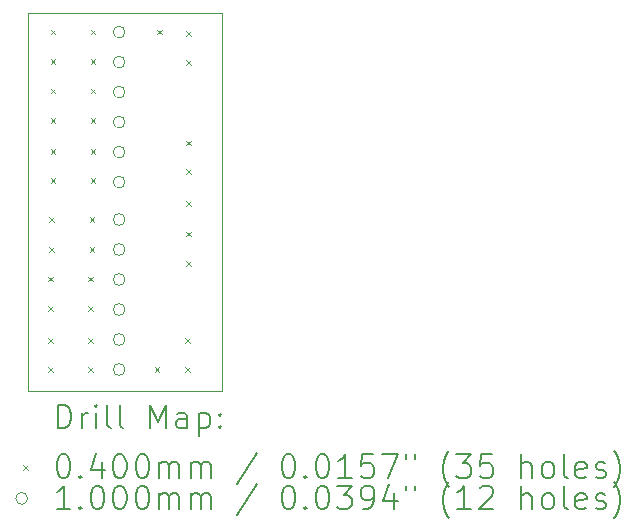
<source format=gbr>
%FSLAX45Y45*%
G04 Gerber Fmt 4.5, Leading zero omitted, Abs format (unit mm)*
G04 Created by KiCad (PCBNEW (6.0.5)) date 2023-11-29 10:06:58*
%MOMM*%
%LPD*%
G01*
G04 APERTURE LIST*
%TA.AperFunction,Profile*%
%ADD10C,0.100000*%
%TD*%
%ADD11C,0.200000*%
%ADD12C,0.040000*%
%ADD13C,0.100000*%
G04 APERTURE END LIST*
D10*
X9900000Y-5920000D02*
X11540000Y-5920000D01*
X11540000Y-5920000D02*
X11540000Y-9120000D01*
X11540000Y-9120000D02*
X9900000Y-9120000D01*
X9900000Y-9120000D02*
X9900000Y-5920000D01*
D11*
D12*
X10070000Y-8150000D02*
X10110000Y-8190000D01*
X10110000Y-8150000D02*
X10070000Y-8190000D01*
X10070000Y-8400000D02*
X10110000Y-8440000D01*
X10110000Y-8400000D02*
X10070000Y-8440000D01*
X10070000Y-8670000D02*
X10110000Y-8710000D01*
X10110000Y-8670000D02*
X10070000Y-8710000D01*
X10070000Y-8920000D02*
X10110000Y-8960000D01*
X10110000Y-8920000D02*
X10070000Y-8960000D01*
X10080000Y-7650000D02*
X10120000Y-7690000D01*
X10120000Y-7650000D02*
X10080000Y-7690000D01*
X10080000Y-7900000D02*
X10120000Y-7940000D01*
X10120000Y-7900000D02*
X10080000Y-7940000D01*
X10090000Y-6060000D02*
X10130000Y-6100000D01*
X10130000Y-6060000D02*
X10090000Y-6100000D01*
X10090000Y-6310000D02*
X10130000Y-6350000D01*
X10130000Y-6310000D02*
X10090000Y-6350000D01*
X10090000Y-6560000D02*
X10130000Y-6600000D01*
X10130000Y-6560000D02*
X10090000Y-6600000D01*
X10090000Y-6810000D02*
X10130000Y-6850000D01*
X10130000Y-6810000D02*
X10090000Y-6850000D01*
X10090000Y-7070000D02*
X10130000Y-7110000D01*
X10130000Y-7070000D02*
X10090000Y-7110000D01*
X10090000Y-7320000D02*
X10130000Y-7360000D01*
X10130000Y-7320000D02*
X10090000Y-7360000D01*
X10410000Y-8150000D02*
X10450000Y-8190000D01*
X10450000Y-8150000D02*
X10410000Y-8190000D01*
X10410000Y-8400000D02*
X10450000Y-8440000D01*
X10450000Y-8400000D02*
X10410000Y-8440000D01*
X10410000Y-8670000D02*
X10450000Y-8710000D01*
X10450000Y-8670000D02*
X10410000Y-8710000D01*
X10410000Y-8920000D02*
X10450000Y-8960000D01*
X10450000Y-8920000D02*
X10410000Y-8960000D01*
X10420000Y-7650000D02*
X10460000Y-7690000D01*
X10460000Y-7650000D02*
X10420000Y-7690000D01*
X10420000Y-7900000D02*
X10460000Y-7940000D01*
X10460000Y-7900000D02*
X10420000Y-7940000D01*
X10430000Y-6060000D02*
X10470000Y-6100000D01*
X10470000Y-6060000D02*
X10430000Y-6100000D01*
X10430000Y-6310000D02*
X10470000Y-6350000D01*
X10470000Y-6310000D02*
X10430000Y-6350000D01*
X10430000Y-6560000D02*
X10470000Y-6600000D01*
X10470000Y-6560000D02*
X10430000Y-6600000D01*
X10430000Y-6810000D02*
X10470000Y-6850000D01*
X10470000Y-6810000D02*
X10430000Y-6850000D01*
X10430000Y-7070000D02*
X10470000Y-7110000D01*
X10470000Y-7070000D02*
X10430000Y-7110000D01*
X10430000Y-7320000D02*
X10470000Y-7360000D01*
X10470000Y-7320000D02*
X10430000Y-7360000D01*
X10970000Y-8920000D02*
X11010000Y-8960000D01*
X11010000Y-8920000D02*
X10970000Y-8960000D01*
X10990000Y-6060000D02*
X11030000Y-6100000D01*
X11030000Y-6060000D02*
X10990000Y-6100000D01*
X11230000Y-8670000D02*
X11270000Y-8710000D01*
X11270000Y-8670000D02*
X11230000Y-8710000D01*
X11230000Y-8920000D02*
X11270000Y-8960000D01*
X11270000Y-8920000D02*
X11230000Y-8960000D01*
X11240000Y-6070000D02*
X11280000Y-6110000D01*
X11280000Y-6070000D02*
X11240000Y-6110000D01*
X11240000Y-6320000D02*
X11280000Y-6360000D01*
X11280000Y-6320000D02*
X11240000Y-6360000D01*
X11240000Y-7000000D02*
X11280000Y-7040000D01*
X11280000Y-7000000D02*
X11240000Y-7040000D01*
X11240000Y-7240000D02*
X11280000Y-7280000D01*
X11280000Y-7240000D02*
X11240000Y-7280000D01*
X11240000Y-7510000D02*
X11280000Y-7550000D01*
X11280000Y-7510000D02*
X11240000Y-7550000D01*
X11240000Y-7770000D02*
X11280000Y-7810000D01*
X11280000Y-7770000D02*
X11240000Y-7810000D01*
X11240000Y-8020000D02*
X11280000Y-8060000D01*
X11280000Y-8020000D02*
X11240000Y-8060000D01*
D13*
X10720000Y-6080000D02*
G75*
G03*
X10720000Y-6080000I-50000J0D01*
G01*
X10720000Y-6334000D02*
G75*
G03*
X10720000Y-6334000I-50000J0D01*
G01*
X10720000Y-6588000D02*
G75*
G03*
X10720000Y-6588000I-50000J0D01*
G01*
X10720000Y-6842000D02*
G75*
G03*
X10720000Y-6842000I-50000J0D01*
G01*
X10720000Y-7096000D02*
G75*
G03*
X10720000Y-7096000I-50000J0D01*
G01*
X10720000Y-7350000D02*
G75*
G03*
X10720000Y-7350000I-50000J0D01*
G01*
X10720000Y-7667500D02*
G75*
G03*
X10720000Y-7667500I-50000J0D01*
G01*
X10720000Y-7921500D02*
G75*
G03*
X10720000Y-7921500I-50000J0D01*
G01*
X10720000Y-8175500D02*
G75*
G03*
X10720000Y-8175500I-50000J0D01*
G01*
X10720000Y-8429500D02*
G75*
G03*
X10720000Y-8429500I-50000J0D01*
G01*
X10720000Y-8683500D02*
G75*
G03*
X10720000Y-8683500I-50000J0D01*
G01*
X10720000Y-8937500D02*
G75*
G03*
X10720000Y-8937500I-50000J0D01*
G01*
D11*
X10152619Y-9435476D02*
X10152619Y-9235476D01*
X10200238Y-9235476D01*
X10228810Y-9245000D01*
X10247857Y-9264048D01*
X10257381Y-9283095D01*
X10266905Y-9321190D01*
X10266905Y-9349762D01*
X10257381Y-9387857D01*
X10247857Y-9406905D01*
X10228810Y-9425952D01*
X10200238Y-9435476D01*
X10152619Y-9435476D01*
X10352619Y-9435476D02*
X10352619Y-9302143D01*
X10352619Y-9340238D02*
X10362143Y-9321190D01*
X10371667Y-9311667D01*
X10390714Y-9302143D01*
X10409762Y-9302143D01*
X10476429Y-9435476D02*
X10476429Y-9302143D01*
X10476429Y-9235476D02*
X10466905Y-9245000D01*
X10476429Y-9254524D01*
X10485952Y-9245000D01*
X10476429Y-9235476D01*
X10476429Y-9254524D01*
X10600238Y-9435476D02*
X10581190Y-9425952D01*
X10571667Y-9406905D01*
X10571667Y-9235476D01*
X10705000Y-9435476D02*
X10685952Y-9425952D01*
X10676429Y-9406905D01*
X10676429Y-9235476D01*
X10933571Y-9435476D02*
X10933571Y-9235476D01*
X11000238Y-9378333D01*
X11066905Y-9235476D01*
X11066905Y-9435476D01*
X11247857Y-9435476D02*
X11247857Y-9330714D01*
X11238333Y-9311667D01*
X11219286Y-9302143D01*
X11181190Y-9302143D01*
X11162143Y-9311667D01*
X11247857Y-9425952D02*
X11228809Y-9435476D01*
X11181190Y-9435476D01*
X11162143Y-9425952D01*
X11152619Y-9406905D01*
X11152619Y-9387857D01*
X11162143Y-9368810D01*
X11181190Y-9359286D01*
X11228809Y-9359286D01*
X11247857Y-9349762D01*
X11343095Y-9302143D02*
X11343095Y-9502143D01*
X11343095Y-9311667D02*
X11362143Y-9302143D01*
X11400238Y-9302143D01*
X11419286Y-9311667D01*
X11428809Y-9321190D01*
X11438333Y-9340238D01*
X11438333Y-9397381D01*
X11428809Y-9416429D01*
X11419286Y-9425952D01*
X11400238Y-9435476D01*
X11362143Y-9435476D01*
X11343095Y-9425952D01*
X11524048Y-9416429D02*
X11533571Y-9425952D01*
X11524048Y-9435476D01*
X11514524Y-9425952D01*
X11524048Y-9416429D01*
X11524048Y-9435476D01*
X11524048Y-9311667D02*
X11533571Y-9321190D01*
X11524048Y-9330714D01*
X11514524Y-9321190D01*
X11524048Y-9311667D01*
X11524048Y-9330714D01*
D12*
X9855000Y-9745000D02*
X9895000Y-9785000D01*
X9895000Y-9745000D02*
X9855000Y-9785000D01*
D11*
X10190714Y-9655476D02*
X10209762Y-9655476D01*
X10228810Y-9665000D01*
X10238333Y-9674524D01*
X10247857Y-9693571D01*
X10257381Y-9731667D01*
X10257381Y-9779286D01*
X10247857Y-9817381D01*
X10238333Y-9836429D01*
X10228810Y-9845952D01*
X10209762Y-9855476D01*
X10190714Y-9855476D01*
X10171667Y-9845952D01*
X10162143Y-9836429D01*
X10152619Y-9817381D01*
X10143095Y-9779286D01*
X10143095Y-9731667D01*
X10152619Y-9693571D01*
X10162143Y-9674524D01*
X10171667Y-9665000D01*
X10190714Y-9655476D01*
X10343095Y-9836429D02*
X10352619Y-9845952D01*
X10343095Y-9855476D01*
X10333571Y-9845952D01*
X10343095Y-9836429D01*
X10343095Y-9855476D01*
X10524048Y-9722143D02*
X10524048Y-9855476D01*
X10476429Y-9645952D02*
X10428810Y-9788810D01*
X10552619Y-9788810D01*
X10666905Y-9655476D02*
X10685952Y-9655476D01*
X10705000Y-9665000D01*
X10714524Y-9674524D01*
X10724048Y-9693571D01*
X10733571Y-9731667D01*
X10733571Y-9779286D01*
X10724048Y-9817381D01*
X10714524Y-9836429D01*
X10705000Y-9845952D01*
X10685952Y-9855476D01*
X10666905Y-9855476D01*
X10647857Y-9845952D01*
X10638333Y-9836429D01*
X10628810Y-9817381D01*
X10619286Y-9779286D01*
X10619286Y-9731667D01*
X10628810Y-9693571D01*
X10638333Y-9674524D01*
X10647857Y-9665000D01*
X10666905Y-9655476D01*
X10857381Y-9655476D02*
X10876429Y-9655476D01*
X10895476Y-9665000D01*
X10905000Y-9674524D01*
X10914524Y-9693571D01*
X10924048Y-9731667D01*
X10924048Y-9779286D01*
X10914524Y-9817381D01*
X10905000Y-9836429D01*
X10895476Y-9845952D01*
X10876429Y-9855476D01*
X10857381Y-9855476D01*
X10838333Y-9845952D01*
X10828810Y-9836429D01*
X10819286Y-9817381D01*
X10809762Y-9779286D01*
X10809762Y-9731667D01*
X10819286Y-9693571D01*
X10828810Y-9674524D01*
X10838333Y-9665000D01*
X10857381Y-9655476D01*
X11009762Y-9855476D02*
X11009762Y-9722143D01*
X11009762Y-9741190D02*
X11019286Y-9731667D01*
X11038333Y-9722143D01*
X11066905Y-9722143D01*
X11085952Y-9731667D01*
X11095476Y-9750714D01*
X11095476Y-9855476D01*
X11095476Y-9750714D02*
X11105000Y-9731667D01*
X11124048Y-9722143D01*
X11152619Y-9722143D01*
X11171667Y-9731667D01*
X11181190Y-9750714D01*
X11181190Y-9855476D01*
X11276428Y-9855476D02*
X11276428Y-9722143D01*
X11276428Y-9741190D02*
X11285952Y-9731667D01*
X11305000Y-9722143D01*
X11333571Y-9722143D01*
X11352619Y-9731667D01*
X11362143Y-9750714D01*
X11362143Y-9855476D01*
X11362143Y-9750714D02*
X11371667Y-9731667D01*
X11390714Y-9722143D01*
X11419286Y-9722143D01*
X11438333Y-9731667D01*
X11447857Y-9750714D01*
X11447857Y-9855476D01*
X11838333Y-9645952D02*
X11666905Y-9903095D01*
X12095476Y-9655476D02*
X12114524Y-9655476D01*
X12133571Y-9665000D01*
X12143095Y-9674524D01*
X12152619Y-9693571D01*
X12162143Y-9731667D01*
X12162143Y-9779286D01*
X12152619Y-9817381D01*
X12143095Y-9836429D01*
X12133571Y-9845952D01*
X12114524Y-9855476D01*
X12095476Y-9855476D01*
X12076428Y-9845952D01*
X12066905Y-9836429D01*
X12057381Y-9817381D01*
X12047857Y-9779286D01*
X12047857Y-9731667D01*
X12057381Y-9693571D01*
X12066905Y-9674524D01*
X12076428Y-9665000D01*
X12095476Y-9655476D01*
X12247857Y-9836429D02*
X12257381Y-9845952D01*
X12247857Y-9855476D01*
X12238333Y-9845952D01*
X12247857Y-9836429D01*
X12247857Y-9855476D01*
X12381190Y-9655476D02*
X12400238Y-9655476D01*
X12419286Y-9665000D01*
X12428809Y-9674524D01*
X12438333Y-9693571D01*
X12447857Y-9731667D01*
X12447857Y-9779286D01*
X12438333Y-9817381D01*
X12428809Y-9836429D01*
X12419286Y-9845952D01*
X12400238Y-9855476D01*
X12381190Y-9855476D01*
X12362143Y-9845952D01*
X12352619Y-9836429D01*
X12343095Y-9817381D01*
X12333571Y-9779286D01*
X12333571Y-9731667D01*
X12343095Y-9693571D01*
X12352619Y-9674524D01*
X12362143Y-9665000D01*
X12381190Y-9655476D01*
X12638333Y-9855476D02*
X12524048Y-9855476D01*
X12581190Y-9855476D02*
X12581190Y-9655476D01*
X12562143Y-9684048D01*
X12543095Y-9703095D01*
X12524048Y-9712619D01*
X12819286Y-9655476D02*
X12724048Y-9655476D01*
X12714524Y-9750714D01*
X12724048Y-9741190D01*
X12743095Y-9731667D01*
X12790714Y-9731667D01*
X12809762Y-9741190D01*
X12819286Y-9750714D01*
X12828809Y-9769762D01*
X12828809Y-9817381D01*
X12819286Y-9836429D01*
X12809762Y-9845952D01*
X12790714Y-9855476D01*
X12743095Y-9855476D01*
X12724048Y-9845952D01*
X12714524Y-9836429D01*
X12895476Y-9655476D02*
X13028809Y-9655476D01*
X12943095Y-9855476D01*
X13095476Y-9655476D02*
X13095476Y-9693571D01*
X13171667Y-9655476D02*
X13171667Y-9693571D01*
X13466905Y-9931667D02*
X13457381Y-9922143D01*
X13438333Y-9893571D01*
X13428809Y-9874524D01*
X13419286Y-9845952D01*
X13409762Y-9798333D01*
X13409762Y-9760238D01*
X13419286Y-9712619D01*
X13428809Y-9684048D01*
X13438333Y-9665000D01*
X13457381Y-9636429D01*
X13466905Y-9626905D01*
X13524048Y-9655476D02*
X13647857Y-9655476D01*
X13581190Y-9731667D01*
X13609762Y-9731667D01*
X13628809Y-9741190D01*
X13638333Y-9750714D01*
X13647857Y-9769762D01*
X13647857Y-9817381D01*
X13638333Y-9836429D01*
X13628809Y-9845952D01*
X13609762Y-9855476D01*
X13552619Y-9855476D01*
X13533571Y-9845952D01*
X13524048Y-9836429D01*
X13828809Y-9655476D02*
X13733571Y-9655476D01*
X13724048Y-9750714D01*
X13733571Y-9741190D01*
X13752619Y-9731667D01*
X13800238Y-9731667D01*
X13819286Y-9741190D01*
X13828809Y-9750714D01*
X13838333Y-9769762D01*
X13838333Y-9817381D01*
X13828809Y-9836429D01*
X13819286Y-9845952D01*
X13800238Y-9855476D01*
X13752619Y-9855476D01*
X13733571Y-9845952D01*
X13724048Y-9836429D01*
X14076428Y-9855476D02*
X14076428Y-9655476D01*
X14162143Y-9855476D02*
X14162143Y-9750714D01*
X14152619Y-9731667D01*
X14133571Y-9722143D01*
X14105000Y-9722143D01*
X14085952Y-9731667D01*
X14076428Y-9741190D01*
X14285952Y-9855476D02*
X14266905Y-9845952D01*
X14257381Y-9836429D01*
X14247857Y-9817381D01*
X14247857Y-9760238D01*
X14257381Y-9741190D01*
X14266905Y-9731667D01*
X14285952Y-9722143D01*
X14314524Y-9722143D01*
X14333571Y-9731667D01*
X14343095Y-9741190D01*
X14352619Y-9760238D01*
X14352619Y-9817381D01*
X14343095Y-9836429D01*
X14333571Y-9845952D01*
X14314524Y-9855476D01*
X14285952Y-9855476D01*
X14466905Y-9855476D02*
X14447857Y-9845952D01*
X14438333Y-9826905D01*
X14438333Y-9655476D01*
X14619286Y-9845952D02*
X14600238Y-9855476D01*
X14562143Y-9855476D01*
X14543095Y-9845952D01*
X14533571Y-9826905D01*
X14533571Y-9750714D01*
X14543095Y-9731667D01*
X14562143Y-9722143D01*
X14600238Y-9722143D01*
X14619286Y-9731667D01*
X14628809Y-9750714D01*
X14628809Y-9769762D01*
X14533571Y-9788810D01*
X14705000Y-9845952D02*
X14724048Y-9855476D01*
X14762143Y-9855476D01*
X14781190Y-9845952D01*
X14790714Y-9826905D01*
X14790714Y-9817381D01*
X14781190Y-9798333D01*
X14762143Y-9788810D01*
X14733571Y-9788810D01*
X14714524Y-9779286D01*
X14705000Y-9760238D01*
X14705000Y-9750714D01*
X14714524Y-9731667D01*
X14733571Y-9722143D01*
X14762143Y-9722143D01*
X14781190Y-9731667D01*
X14857381Y-9931667D02*
X14866905Y-9922143D01*
X14885952Y-9893571D01*
X14895476Y-9874524D01*
X14905000Y-9845952D01*
X14914524Y-9798333D01*
X14914524Y-9760238D01*
X14905000Y-9712619D01*
X14895476Y-9684048D01*
X14885952Y-9665000D01*
X14866905Y-9636429D01*
X14857381Y-9626905D01*
D13*
X9895000Y-10029000D02*
G75*
G03*
X9895000Y-10029000I-50000J0D01*
G01*
D11*
X10257381Y-10119476D02*
X10143095Y-10119476D01*
X10200238Y-10119476D02*
X10200238Y-9919476D01*
X10181190Y-9948048D01*
X10162143Y-9967095D01*
X10143095Y-9976619D01*
X10343095Y-10100429D02*
X10352619Y-10109952D01*
X10343095Y-10119476D01*
X10333571Y-10109952D01*
X10343095Y-10100429D01*
X10343095Y-10119476D01*
X10476429Y-9919476D02*
X10495476Y-9919476D01*
X10514524Y-9929000D01*
X10524048Y-9938524D01*
X10533571Y-9957571D01*
X10543095Y-9995667D01*
X10543095Y-10043286D01*
X10533571Y-10081381D01*
X10524048Y-10100429D01*
X10514524Y-10109952D01*
X10495476Y-10119476D01*
X10476429Y-10119476D01*
X10457381Y-10109952D01*
X10447857Y-10100429D01*
X10438333Y-10081381D01*
X10428810Y-10043286D01*
X10428810Y-9995667D01*
X10438333Y-9957571D01*
X10447857Y-9938524D01*
X10457381Y-9929000D01*
X10476429Y-9919476D01*
X10666905Y-9919476D02*
X10685952Y-9919476D01*
X10705000Y-9929000D01*
X10714524Y-9938524D01*
X10724048Y-9957571D01*
X10733571Y-9995667D01*
X10733571Y-10043286D01*
X10724048Y-10081381D01*
X10714524Y-10100429D01*
X10705000Y-10109952D01*
X10685952Y-10119476D01*
X10666905Y-10119476D01*
X10647857Y-10109952D01*
X10638333Y-10100429D01*
X10628810Y-10081381D01*
X10619286Y-10043286D01*
X10619286Y-9995667D01*
X10628810Y-9957571D01*
X10638333Y-9938524D01*
X10647857Y-9929000D01*
X10666905Y-9919476D01*
X10857381Y-9919476D02*
X10876429Y-9919476D01*
X10895476Y-9929000D01*
X10905000Y-9938524D01*
X10914524Y-9957571D01*
X10924048Y-9995667D01*
X10924048Y-10043286D01*
X10914524Y-10081381D01*
X10905000Y-10100429D01*
X10895476Y-10109952D01*
X10876429Y-10119476D01*
X10857381Y-10119476D01*
X10838333Y-10109952D01*
X10828810Y-10100429D01*
X10819286Y-10081381D01*
X10809762Y-10043286D01*
X10809762Y-9995667D01*
X10819286Y-9957571D01*
X10828810Y-9938524D01*
X10838333Y-9929000D01*
X10857381Y-9919476D01*
X11009762Y-10119476D02*
X11009762Y-9986143D01*
X11009762Y-10005190D02*
X11019286Y-9995667D01*
X11038333Y-9986143D01*
X11066905Y-9986143D01*
X11085952Y-9995667D01*
X11095476Y-10014714D01*
X11095476Y-10119476D01*
X11095476Y-10014714D02*
X11105000Y-9995667D01*
X11124048Y-9986143D01*
X11152619Y-9986143D01*
X11171667Y-9995667D01*
X11181190Y-10014714D01*
X11181190Y-10119476D01*
X11276428Y-10119476D02*
X11276428Y-9986143D01*
X11276428Y-10005190D02*
X11285952Y-9995667D01*
X11305000Y-9986143D01*
X11333571Y-9986143D01*
X11352619Y-9995667D01*
X11362143Y-10014714D01*
X11362143Y-10119476D01*
X11362143Y-10014714D02*
X11371667Y-9995667D01*
X11390714Y-9986143D01*
X11419286Y-9986143D01*
X11438333Y-9995667D01*
X11447857Y-10014714D01*
X11447857Y-10119476D01*
X11838333Y-9909952D02*
X11666905Y-10167095D01*
X12095476Y-9919476D02*
X12114524Y-9919476D01*
X12133571Y-9929000D01*
X12143095Y-9938524D01*
X12152619Y-9957571D01*
X12162143Y-9995667D01*
X12162143Y-10043286D01*
X12152619Y-10081381D01*
X12143095Y-10100429D01*
X12133571Y-10109952D01*
X12114524Y-10119476D01*
X12095476Y-10119476D01*
X12076428Y-10109952D01*
X12066905Y-10100429D01*
X12057381Y-10081381D01*
X12047857Y-10043286D01*
X12047857Y-9995667D01*
X12057381Y-9957571D01*
X12066905Y-9938524D01*
X12076428Y-9929000D01*
X12095476Y-9919476D01*
X12247857Y-10100429D02*
X12257381Y-10109952D01*
X12247857Y-10119476D01*
X12238333Y-10109952D01*
X12247857Y-10100429D01*
X12247857Y-10119476D01*
X12381190Y-9919476D02*
X12400238Y-9919476D01*
X12419286Y-9929000D01*
X12428809Y-9938524D01*
X12438333Y-9957571D01*
X12447857Y-9995667D01*
X12447857Y-10043286D01*
X12438333Y-10081381D01*
X12428809Y-10100429D01*
X12419286Y-10109952D01*
X12400238Y-10119476D01*
X12381190Y-10119476D01*
X12362143Y-10109952D01*
X12352619Y-10100429D01*
X12343095Y-10081381D01*
X12333571Y-10043286D01*
X12333571Y-9995667D01*
X12343095Y-9957571D01*
X12352619Y-9938524D01*
X12362143Y-9929000D01*
X12381190Y-9919476D01*
X12514524Y-9919476D02*
X12638333Y-9919476D01*
X12571667Y-9995667D01*
X12600238Y-9995667D01*
X12619286Y-10005190D01*
X12628809Y-10014714D01*
X12638333Y-10033762D01*
X12638333Y-10081381D01*
X12628809Y-10100429D01*
X12619286Y-10109952D01*
X12600238Y-10119476D01*
X12543095Y-10119476D01*
X12524048Y-10109952D01*
X12514524Y-10100429D01*
X12733571Y-10119476D02*
X12771667Y-10119476D01*
X12790714Y-10109952D01*
X12800238Y-10100429D01*
X12819286Y-10071857D01*
X12828809Y-10033762D01*
X12828809Y-9957571D01*
X12819286Y-9938524D01*
X12809762Y-9929000D01*
X12790714Y-9919476D01*
X12752619Y-9919476D01*
X12733571Y-9929000D01*
X12724048Y-9938524D01*
X12714524Y-9957571D01*
X12714524Y-10005190D01*
X12724048Y-10024238D01*
X12733571Y-10033762D01*
X12752619Y-10043286D01*
X12790714Y-10043286D01*
X12809762Y-10033762D01*
X12819286Y-10024238D01*
X12828809Y-10005190D01*
X13000238Y-9986143D02*
X13000238Y-10119476D01*
X12952619Y-9909952D02*
X12905000Y-10052810D01*
X13028809Y-10052810D01*
X13095476Y-9919476D02*
X13095476Y-9957571D01*
X13171667Y-9919476D02*
X13171667Y-9957571D01*
X13466905Y-10195667D02*
X13457381Y-10186143D01*
X13438333Y-10157571D01*
X13428809Y-10138524D01*
X13419286Y-10109952D01*
X13409762Y-10062333D01*
X13409762Y-10024238D01*
X13419286Y-9976619D01*
X13428809Y-9948048D01*
X13438333Y-9929000D01*
X13457381Y-9900429D01*
X13466905Y-9890905D01*
X13647857Y-10119476D02*
X13533571Y-10119476D01*
X13590714Y-10119476D02*
X13590714Y-9919476D01*
X13571667Y-9948048D01*
X13552619Y-9967095D01*
X13533571Y-9976619D01*
X13724048Y-9938524D02*
X13733571Y-9929000D01*
X13752619Y-9919476D01*
X13800238Y-9919476D01*
X13819286Y-9929000D01*
X13828809Y-9938524D01*
X13838333Y-9957571D01*
X13838333Y-9976619D01*
X13828809Y-10005190D01*
X13714524Y-10119476D01*
X13838333Y-10119476D01*
X14076428Y-10119476D02*
X14076428Y-9919476D01*
X14162143Y-10119476D02*
X14162143Y-10014714D01*
X14152619Y-9995667D01*
X14133571Y-9986143D01*
X14105000Y-9986143D01*
X14085952Y-9995667D01*
X14076428Y-10005190D01*
X14285952Y-10119476D02*
X14266905Y-10109952D01*
X14257381Y-10100429D01*
X14247857Y-10081381D01*
X14247857Y-10024238D01*
X14257381Y-10005190D01*
X14266905Y-9995667D01*
X14285952Y-9986143D01*
X14314524Y-9986143D01*
X14333571Y-9995667D01*
X14343095Y-10005190D01*
X14352619Y-10024238D01*
X14352619Y-10081381D01*
X14343095Y-10100429D01*
X14333571Y-10109952D01*
X14314524Y-10119476D01*
X14285952Y-10119476D01*
X14466905Y-10119476D02*
X14447857Y-10109952D01*
X14438333Y-10090905D01*
X14438333Y-9919476D01*
X14619286Y-10109952D02*
X14600238Y-10119476D01*
X14562143Y-10119476D01*
X14543095Y-10109952D01*
X14533571Y-10090905D01*
X14533571Y-10014714D01*
X14543095Y-9995667D01*
X14562143Y-9986143D01*
X14600238Y-9986143D01*
X14619286Y-9995667D01*
X14628809Y-10014714D01*
X14628809Y-10033762D01*
X14533571Y-10052810D01*
X14705000Y-10109952D02*
X14724048Y-10119476D01*
X14762143Y-10119476D01*
X14781190Y-10109952D01*
X14790714Y-10090905D01*
X14790714Y-10081381D01*
X14781190Y-10062333D01*
X14762143Y-10052810D01*
X14733571Y-10052810D01*
X14714524Y-10043286D01*
X14705000Y-10024238D01*
X14705000Y-10014714D01*
X14714524Y-9995667D01*
X14733571Y-9986143D01*
X14762143Y-9986143D01*
X14781190Y-9995667D01*
X14857381Y-10195667D02*
X14866905Y-10186143D01*
X14885952Y-10157571D01*
X14895476Y-10138524D01*
X14905000Y-10109952D01*
X14914524Y-10062333D01*
X14914524Y-10024238D01*
X14905000Y-9976619D01*
X14895476Y-9948048D01*
X14885952Y-9929000D01*
X14866905Y-9900429D01*
X14857381Y-9890905D01*
M02*

</source>
